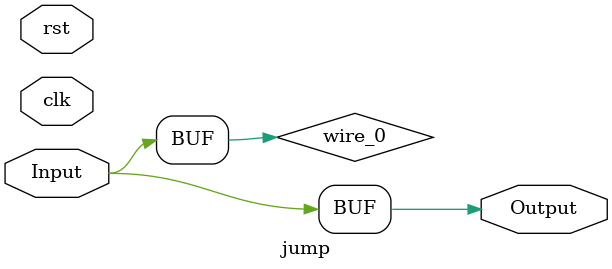
<source format=v>
module jump (clk, rst, Input, Output);
  parameter UUID = 0;
  parameter NAME = "";
  input wire clk;
  input wire rst;

  input  wire [0:0] Input;
  output  wire [0:0] Output;

  TC_Constant # (.UUID(64'd1486493815960754372 ^ UUID), .BIT_WIDTH(64'd1), .value(1'd0)) Off_0 (.out());

  wire [0:0] wire_0;
  assign wire_0 = Input;
  assign Output = wire_0;

endmodule

</source>
